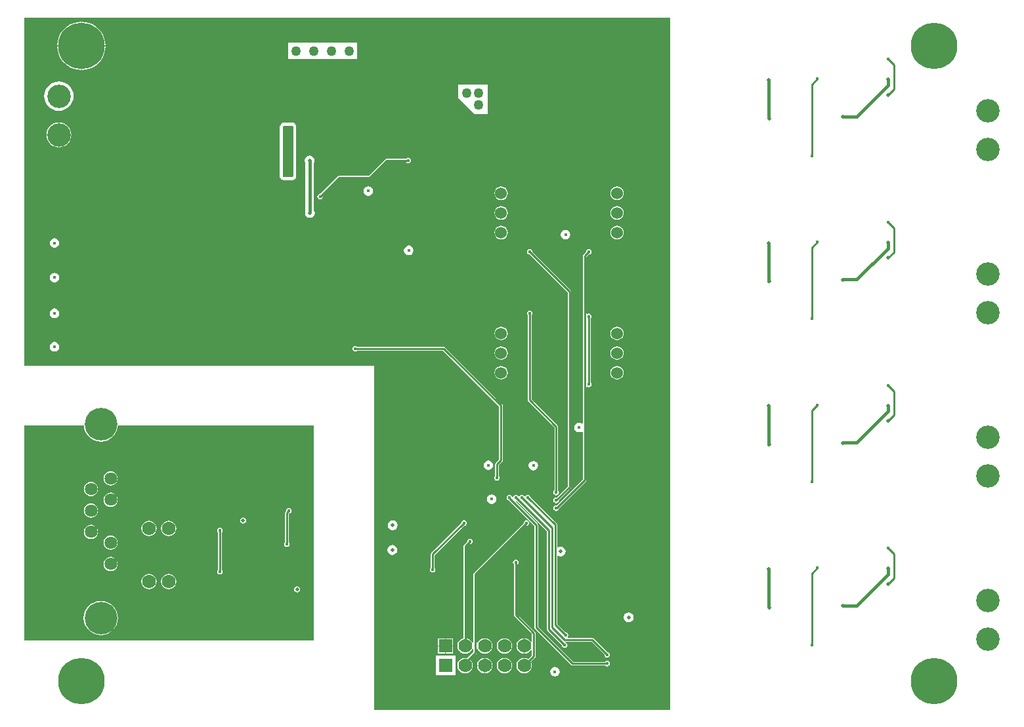
<source format=gbl>
G04*
G04 #@! TF.GenerationSoftware,Altium Limited,Altium Designer,20.0.10 (225)*
G04*
G04 Layer_Physical_Order=4*
G04 Layer_Color=16711680*
%FSLAX25Y25*%
%MOIN*%
G70*
G01*
G75*
%ADD21C,0.01000*%
%ADD83C,0.01500*%
%ADD88C,0.23622*%
%ADD89C,0.07000*%
%ADD90R,0.07000X0.07000*%
%ADD91C,0.11900*%
%ADD92C,0.06000*%
%ADD93C,0.16535*%
%ADD94C,0.06437*%
%ADD95C,0.01772*%
%ADD96C,0.01968*%
%ADD97C,0.05000*%
G36*
X247800Y188200D02*
X247300Y188200D01*
X101000D01*
Y297500D01*
X101000Y297500D01*
X131147D01*
X131258Y296375D01*
X131753Y294741D01*
X132558Y293235D01*
X133641Y291915D01*
X134961Y290832D01*
X136467Y290027D01*
X138101Y289532D01*
X139800Y289364D01*
X141499Y289532D01*
X143133Y290027D01*
X144639Y290832D01*
X145959Y291915D01*
X147042Y293235D01*
X147847Y294741D01*
X148342Y296375D01*
X148453Y297500D01*
X247800D01*
Y188200D01*
D02*
G37*
G36*
X429000Y153000D02*
X278500D01*
Y328000D01*
X101000D01*
Y505000D01*
X429000D01*
Y153000D01*
D02*
G37*
%LPC*%
G36*
X144800Y274322D02*
X143855Y274198D01*
X142975Y273833D01*
X142219Y273253D01*
X141639Y272497D01*
X141275Y271617D01*
X141150Y270672D01*
X141275Y269728D01*
X141639Y268848D01*
X142219Y268092D01*
X142975Y267512D01*
X143855Y267147D01*
X144800Y267023D01*
X145745Y267147D01*
X146625Y267512D01*
X147381Y268092D01*
X147961Y268848D01*
X148325Y269728D01*
X148450Y270672D01*
X148325Y271617D01*
X147961Y272497D01*
X147381Y273253D01*
X146625Y273833D01*
X145745Y274198D01*
X144800Y274322D01*
D02*
G37*
G36*
X134800Y268850D02*
X133855Y268725D01*
X132975Y268361D01*
X132219Y267781D01*
X131639Y267025D01*
X131275Y266145D01*
X131150Y265200D01*
X131275Y264255D01*
X131639Y263375D01*
X132219Y262619D01*
X132975Y262039D01*
X133855Y261675D01*
X134800Y261550D01*
X135745Y261675D01*
X136625Y262039D01*
X137381Y262619D01*
X137961Y263375D01*
X138325Y264255D01*
X138450Y265200D01*
X138325Y266145D01*
X137961Y267025D01*
X137381Y267781D01*
X136625Y268361D01*
X135745Y268725D01*
X134800Y268850D01*
D02*
G37*
G36*
X144800Y263417D02*
X143855Y263292D01*
X142975Y262928D01*
X142219Y262348D01*
X141639Y261592D01*
X141275Y260712D01*
X141150Y259767D01*
X141275Y258822D01*
X141639Y257942D01*
X142219Y257186D01*
X142975Y256606D01*
X143855Y256242D01*
X144800Y256117D01*
X145745Y256242D01*
X146625Y256606D01*
X147381Y257186D01*
X147961Y257942D01*
X148325Y258822D01*
X148450Y259767D01*
X148325Y260712D01*
X147961Y261592D01*
X147381Y262348D01*
X146625Y262928D01*
X145745Y263292D01*
X144800Y263417D01*
D02*
G37*
G36*
X134800Y257944D02*
X133855Y257820D01*
X132975Y257455D01*
X132219Y256875D01*
X131639Y256119D01*
X131275Y255239D01*
X131150Y254294D01*
X131275Y253350D01*
X131639Y252470D01*
X132219Y251714D01*
X132975Y251134D01*
X133855Y250769D01*
X134800Y250645D01*
X135745Y250769D01*
X136625Y251134D01*
X137381Y251714D01*
X137961Y252470D01*
X138325Y253350D01*
X138450Y254294D01*
X138325Y255239D01*
X137961Y256119D01*
X137381Y256875D01*
X136625Y257455D01*
X135745Y257820D01*
X134800Y257944D01*
D02*
G37*
G36*
X212100Y250713D02*
X211521Y250598D01*
X211030Y250270D01*
X210702Y249779D01*
X210587Y249200D01*
X210702Y248621D01*
X211030Y248130D01*
X211521Y247802D01*
X212100Y247687D01*
X212679Y247802D01*
X213170Y248130D01*
X213498Y248621D01*
X213613Y249200D01*
X213498Y249779D01*
X213170Y250270D01*
X212679Y250598D01*
X212100Y250713D01*
D02*
G37*
G36*
X174300Y249134D02*
X173282Y249000D01*
X172333Y248607D01*
X171519Y247982D01*
X170893Y247167D01*
X170500Y246218D01*
X170366Y245200D01*
X170500Y244182D01*
X170893Y243233D01*
X171519Y242419D01*
X172333Y241793D01*
X173282Y241400D01*
X174300Y241266D01*
X175318Y241400D01*
X176267Y241793D01*
X177082Y242419D01*
X177707Y243233D01*
X178100Y244182D01*
X178234Y245200D01*
X178100Y246218D01*
X177707Y247167D01*
X177082Y247982D01*
X176267Y248607D01*
X175318Y249000D01*
X174300Y249134D01*
D02*
G37*
G36*
X164300Y249134D02*
X163282Y249000D01*
X162333Y248607D01*
X161519Y247982D01*
X160893Y247167D01*
X160500Y246218D01*
X160366Y245200D01*
X160500Y244182D01*
X160893Y243233D01*
X161519Y242419D01*
X162333Y241793D01*
X163282Y241400D01*
X164300Y241266D01*
X165318Y241400D01*
X166267Y241793D01*
X167081Y242419D01*
X167707Y243233D01*
X168100Y244182D01*
X168234Y245200D01*
X168100Y246218D01*
X167707Y247167D01*
X167081Y247982D01*
X166267Y248607D01*
X165318Y249000D01*
X164300Y249134D01*
D02*
G37*
G36*
X134800Y247078D02*
X133855Y246954D01*
X132975Y246589D01*
X132219Y246009D01*
X131639Y245253D01*
X131275Y244373D01*
X131150Y243428D01*
X131275Y242484D01*
X131639Y241603D01*
X132219Y240848D01*
X132975Y240268D01*
X133855Y239903D01*
X134800Y239779D01*
X135745Y239903D01*
X136625Y240268D01*
X137381Y240848D01*
X137961Y241603D01*
X138325Y242484D01*
X138450Y243428D01*
X138325Y244373D01*
X137961Y245253D01*
X137381Y246009D01*
X136625Y246589D01*
X135745Y246954D01*
X134800Y247078D01*
D02*
G37*
G36*
X235300Y255613D02*
X234759Y255505D01*
X234301Y255199D01*
X233995Y254741D01*
X233887Y254200D01*
X233906Y254104D01*
X233651Y253849D01*
X233452Y253551D01*
X233382Y253200D01*
Y238254D01*
X233301Y238199D01*
X232995Y237741D01*
X232887Y237200D01*
X232995Y236659D01*
X233301Y236201D01*
X233759Y235895D01*
X234300Y235787D01*
X234841Y235895D01*
X235299Y236201D01*
X235605Y236659D01*
X235713Y237200D01*
X235605Y237741D01*
X235299Y238199D01*
X235218Y238254D01*
Y252719D01*
X235300Y252787D01*
X235841Y252895D01*
X236299Y253201D01*
X236605Y253659D01*
X236713Y254200D01*
X236605Y254741D01*
X236299Y255199D01*
X235841Y255505D01*
X235300Y255613D01*
D02*
G37*
G36*
X144800Y241606D02*
X143855Y241481D01*
X142975Y241117D01*
X142219Y240537D01*
X141639Y239781D01*
X141275Y238900D01*
X141150Y237956D01*
X141275Y237011D01*
X141639Y236131D01*
X142219Y235375D01*
X142975Y234795D01*
X143855Y234431D01*
X144800Y234306D01*
X145745Y234431D01*
X146625Y234795D01*
X147381Y235375D01*
X147961Y236131D01*
X148325Y237011D01*
X148450Y237956D01*
X148325Y238900D01*
X147961Y239781D01*
X147381Y240537D01*
X146625Y241117D01*
X145745Y241481D01*
X144800Y241606D01*
D02*
G37*
G36*
Y230700D02*
X143855Y230576D01*
X142975Y230211D01*
X142219Y229631D01*
X141639Y228875D01*
X141275Y227995D01*
X141150Y227050D01*
X141275Y226106D01*
X141639Y225225D01*
X142219Y224470D01*
X142975Y223890D01*
X143855Y223525D01*
X144800Y223401D01*
X145745Y223525D01*
X146625Y223890D01*
X147381Y224470D01*
X147961Y225225D01*
X148325Y226106D01*
X148450Y227050D01*
X148325Y227995D01*
X147961Y228875D01*
X147381Y229631D01*
X146625Y230211D01*
X145745Y230576D01*
X144800Y230700D01*
D02*
G37*
G36*
X200300Y245613D02*
X199759Y245505D01*
X199301Y245199D01*
X198995Y244741D01*
X198887Y244200D01*
X198995Y243659D01*
X199301Y243201D01*
X199382Y243146D01*
Y224254D01*
X199301Y224199D01*
X198995Y223741D01*
X198887Y223200D01*
X198995Y222659D01*
X199301Y222201D01*
X199759Y221895D01*
X200300Y221787D01*
X200841Y221895D01*
X201299Y222201D01*
X201605Y222659D01*
X201713Y223200D01*
X201605Y223741D01*
X201299Y224199D01*
X201218Y224254D01*
Y243146D01*
X201299Y243201D01*
X201605Y243659D01*
X201713Y244200D01*
X201605Y244741D01*
X201299Y245199D01*
X200841Y245505D01*
X200300Y245613D01*
D02*
G37*
G36*
X174300Y222134D02*
X173282Y222000D01*
X172333Y221607D01*
X171519Y220982D01*
X170893Y220167D01*
X170500Y219218D01*
X170366Y218200D01*
X170500Y217182D01*
X170893Y216233D01*
X171519Y215419D01*
X172333Y214793D01*
X173282Y214400D01*
X174300Y214266D01*
X175318Y214400D01*
X176267Y214793D01*
X177082Y215419D01*
X177707Y216233D01*
X178100Y217182D01*
X178234Y218200D01*
X178100Y219218D01*
X177707Y220167D01*
X177082Y220982D01*
X176267Y221607D01*
X175318Y222000D01*
X174300Y222134D01*
D02*
G37*
G36*
X164300Y222134D02*
X163282Y222000D01*
X162333Y221607D01*
X161519Y220982D01*
X160893Y220167D01*
X160500Y219218D01*
X160366Y218200D01*
X160500Y217182D01*
X160893Y216233D01*
X161519Y215419D01*
X162333Y214793D01*
X163282Y214400D01*
X164300Y214266D01*
X165318Y214400D01*
X166267Y214793D01*
X167081Y215419D01*
X167707Y216233D01*
X168100Y217182D01*
X168234Y218200D01*
X168100Y219218D01*
X167707Y220167D01*
X167081Y220982D01*
X166267Y221607D01*
X165318Y222000D01*
X164300Y222134D01*
D02*
G37*
G36*
X239500Y215713D02*
X238921Y215598D01*
X238430Y215270D01*
X238102Y214779D01*
X237987Y214200D01*
X238102Y213621D01*
X238430Y213130D01*
X238921Y212802D01*
X239500Y212687D01*
X240079Y212802D01*
X240570Y213130D01*
X240898Y213621D01*
X241013Y214200D01*
X240898Y214779D01*
X240570Y215270D01*
X240079Y215598D01*
X239500Y215713D01*
D02*
G37*
G36*
X139800Y208359D02*
X138101Y208191D01*
X136467Y207696D01*
X134961Y206891D01*
X133641Y205807D01*
X132558Y204488D01*
X131753Y202982D01*
X131258Y201348D01*
X131090Y199649D01*
X131258Y197950D01*
X131753Y196316D01*
X132558Y194810D01*
X133641Y193490D01*
X134961Y192407D01*
X136467Y191602D01*
X138101Y191106D01*
X139800Y190939D01*
X141499Y191106D01*
X143133Y191602D01*
X144639Y192407D01*
X145959Y193490D01*
X147042Y194810D01*
X147847Y196316D01*
X148342Y197950D01*
X148510Y199649D01*
X148342Y201348D01*
X147847Y202982D01*
X147042Y204488D01*
X145959Y205807D01*
X144639Y206891D01*
X143133Y207696D01*
X141499Y208191D01*
X139800Y208359D01*
D02*
G37*
G36*
X130200Y502733D02*
Y490700D01*
X142233D01*
X142098Y492416D01*
X141649Y494285D01*
X140914Y496061D01*
X139910Y497700D01*
X138661Y499161D01*
X137200Y500410D01*
X135561Y501414D01*
X133785Y502149D01*
X131916Y502598D01*
X130200Y502733D01*
D02*
G37*
G36*
X129800D02*
X128084Y502598D01*
X126215Y502149D01*
X124439Y501414D01*
X122800Y500410D01*
X121339Y499161D01*
X120090Y497700D01*
X119086Y496061D01*
X118351Y494285D01*
X117902Y492416D01*
X117767Y490700D01*
X129800D01*
Y502733D01*
D02*
G37*
G36*
X234965Y492100D02*
X234965Y483900D01*
X270035Y483900D01*
Y488000D01*
X270035Y488000D01*
Y488000D01*
Y492100D01*
X234965Y492100D01*
D02*
G37*
G36*
X142233Y490300D02*
X130200D01*
Y478267D01*
X131916Y478402D01*
X133785Y478851D01*
X135561Y479586D01*
X137200Y480590D01*
X138661Y481839D01*
X139910Y483300D01*
X140914Y484939D01*
X141649Y486715D01*
X142098Y488584D01*
X142233Y490300D01*
D02*
G37*
G36*
X129800D02*
X117767D01*
X117902Y488584D01*
X118351Y486715D01*
X119086Y484939D01*
X120090Y483300D01*
X121339Y481839D01*
X122800Y480590D01*
X124439Y479586D01*
X126215Y478851D01*
X128084Y478402D01*
X129800Y478267D01*
Y490300D01*
D02*
G37*
G36*
X118500Y472486D02*
X117040Y472342D01*
X115635Y471916D01*
X114341Y471224D01*
X113207Y470293D01*
X112276Y469159D01*
X111584Y467865D01*
X111158Y466461D01*
X111014Y465000D01*
X111158Y463540D01*
X111584Y462135D01*
X112276Y460841D01*
X113207Y459707D01*
X114341Y458776D01*
X115635Y458084D01*
X117040Y457658D01*
X118500Y457514D01*
X119960Y457658D01*
X121365Y458084D01*
X122659Y458776D01*
X123793Y459707D01*
X124724Y460841D01*
X125416Y462135D01*
X125842Y463540D01*
X125986Y465000D01*
X125842Y466461D01*
X125416Y467865D01*
X124724Y469159D01*
X123793Y470293D01*
X122659Y471224D01*
X121365Y471916D01*
X119960Y472342D01*
X118500Y472486D01*
D02*
G37*
G36*
X336429Y471000D02*
X321300D01*
Y463800D01*
X329507Y455793D01*
X336429Y455810D01*
Y471000D01*
D02*
G37*
G36*
X118724Y451679D02*
Y445518D01*
X124885D01*
X124782Y446563D01*
X124419Y447760D01*
X123829Y448863D01*
X123036Y449830D01*
X122069Y450624D01*
X120965Y451213D01*
X119768Y451576D01*
X118724Y451679D01*
D02*
G37*
G36*
X118324D02*
X117279Y451576D01*
X116082Y451213D01*
X114979Y450624D01*
X114012Y449830D01*
X113218Y448863D01*
X112629Y447760D01*
X112266Y446563D01*
X112163Y445518D01*
X118324D01*
Y451679D01*
D02*
G37*
G36*
X124885Y445118D02*
X118724D01*
Y438957D01*
X119768Y439060D01*
X120965Y439423D01*
X122069Y440013D01*
X123036Y440806D01*
X123829Y441773D01*
X124419Y442876D01*
X124782Y444073D01*
X124885Y445118D01*
D02*
G37*
G36*
X118324D02*
X112163D01*
X112266Y444073D01*
X112629Y442876D01*
X113218Y441773D01*
X114012Y440806D01*
X114979Y440013D01*
X116082Y439423D01*
X117279Y439060D01*
X118324Y438957D01*
Y445118D01*
D02*
G37*
G36*
X295900Y433713D02*
X295359Y433605D01*
X294901Y433299D01*
X294846Y433218D01*
X284900D01*
X284549Y433148D01*
X284251Y432949D01*
X275865Y424563D01*
X260803D01*
X260452Y424493D01*
X260155Y424294D01*
X251227Y415366D01*
X251131Y415385D01*
X250590Y415278D01*
X250132Y414972D01*
X249825Y414513D01*
X249718Y413972D01*
X249825Y413432D01*
X250132Y412973D01*
X250590Y412667D01*
X251131Y412560D01*
X251671Y412667D01*
X252130Y412973D01*
X252436Y413432D01*
X252544Y413972D01*
X252524Y414069D01*
X261184Y422728D01*
X276245D01*
X276596Y422797D01*
X276894Y422996D01*
X285280Y431382D01*
X294846D01*
X294901Y431301D01*
X295359Y430995D01*
X295900Y430887D01*
X296441Y430995D01*
X296899Y431301D01*
X297205Y431759D01*
X297313Y432300D01*
X297205Y432841D01*
X296899Y433299D01*
X296441Y433605D01*
X295900Y433713D01*
D02*
G37*
G36*
X237100Y451529D02*
X232600D01*
X232015Y451413D01*
X231519Y451082D01*
X231119Y450681D01*
X230787Y450185D01*
X230671Y449600D01*
Y424200D01*
X230687Y424116D01*
X230680Y424031D01*
X230745Y423826D01*
X230787Y423615D01*
X230835Y423544D01*
X230860Y423462D01*
X230999Y423298D01*
X231119Y423119D01*
X231190Y423071D01*
X231245Y423006D01*
X231745Y422606D01*
X231936Y422507D01*
X232115Y422387D01*
X232199Y422370D01*
X232274Y422331D01*
X232489Y422313D01*
X232700Y422271D01*
X237000D01*
X237211Y422313D01*
X237426Y422331D01*
X237502Y422370D01*
X237585Y422387D01*
X237764Y422507D01*
X237955Y422606D01*
X238455Y423006D01*
X238510Y423071D01*
X238581Y423119D01*
X238701Y423298D01*
X238840Y423462D01*
X238865Y423544D01*
X238913Y423615D01*
X238955Y423826D01*
X239020Y424031D01*
X239013Y424116D01*
X239029Y424200D01*
Y449600D01*
X238913Y450185D01*
X238581Y450681D01*
X238181Y451082D01*
X237685Y451413D01*
X237333Y451483D01*
X237100Y451529D01*
D02*
G37*
G36*
X275634Y419167D02*
X274703Y418982D01*
X273914Y418454D01*
X273387Y417665D01*
X273202Y416734D01*
X273387Y415803D01*
X273914Y415014D01*
X274703Y414487D01*
X275634Y414302D01*
X276565Y414487D01*
X277354Y415014D01*
X277882Y415803D01*
X278067Y416734D01*
X277882Y417665D01*
X277354Y418454D01*
X276565Y418982D01*
X275634Y419167D01*
D02*
G37*
G36*
X402000Y419078D02*
X401112Y418961D01*
X400285Y418619D01*
X399575Y418074D01*
X399030Y417364D01*
X398688Y416536D01*
X398571Y415649D01*
X398688Y414761D01*
X399030Y413934D01*
X399575Y413224D01*
X400285Y412679D01*
X401112Y412336D01*
X402000Y412219D01*
X402888Y412336D01*
X403715Y412679D01*
X404425Y413224D01*
X404970Y413934D01*
X405312Y414761D01*
X405429Y415649D01*
X405312Y416536D01*
X404970Y417364D01*
X404425Y418074D01*
X403715Y418619D01*
X402888Y418961D01*
X402000Y419078D01*
D02*
G37*
G36*
X343100D02*
X342212Y418961D01*
X341385Y418619D01*
X340675Y418074D01*
X340130Y417364D01*
X339788Y416536D01*
X339671Y415649D01*
X339788Y414761D01*
X340130Y413934D01*
X340675Y413224D01*
X341385Y412679D01*
X342212Y412336D01*
X343100Y412219D01*
X343988Y412336D01*
X344815Y412679D01*
X345525Y413224D01*
X346070Y413934D01*
X346412Y414761D01*
X346529Y415649D01*
X346412Y416536D01*
X346070Y417364D01*
X345525Y418074D01*
X344815Y418619D01*
X343988Y418961D01*
X343100Y419078D01*
D02*
G37*
G36*
X245800Y434733D02*
X244831Y434540D01*
X244009Y433991D01*
X243460Y433169D01*
X243267Y432200D01*
X243460Y431231D01*
X243506Y431162D01*
Y405800D01*
X243506Y405798D01*
X243467Y405600D01*
X243660Y404631D01*
X244209Y403809D01*
X245031Y403260D01*
X246000Y403067D01*
X246969Y403260D01*
X247791Y403809D01*
X248340Y404631D01*
X248533Y405600D01*
X248340Y406569D01*
X248094Y406938D01*
Y431162D01*
X248140Y431231D01*
X248333Y432200D01*
X248140Y433169D01*
X247591Y433991D01*
X246769Y434540D01*
X245800Y434733D01*
D02*
G37*
G36*
X402000Y409078D02*
X401112Y408961D01*
X400285Y408619D01*
X399575Y408074D01*
X399030Y407364D01*
X398688Y406536D01*
X398571Y405649D01*
X398688Y404761D01*
X399030Y403934D01*
X399575Y403224D01*
X400285Y402679D01*
X401112Y402336D01*
X402000Y402219D01*
X402888Y402336D01*
X403715Y402679D01*
X404425Y403224D01*
X404970Y403934D01*
X405312Y404761D01*
X405429Y405649D01*
X405312Y406536D01*
X404970Y407364D01*
X404425Y408074D01*
X403715Y408619D01*
X402888Y408961D01*
X402000Y409078D01*
D02*
G37*
G36*
X343100D02*
X342212Y408961D01*
X341385Y408619D01*
X340675Y408074D01*
X340130Y407364D01*
X339788Y406536D01*
X339671Y405649D01*
X339788Y404761D01*
X340130Y403934D01*
X340675Y403224D01*
X341385Y402679D01*
X342212Y402336D01*
X343100Y402219D01*
X343988Y402336D01*
X344815Y402679D01*
X345525Y403224D01*
X346070Y403934D01*
X346412Y404761D01*
X346529Y405649D01*
X346412Y406536D01*
X346070Y407364D01*
X345525Y408074D01*
X344815Y408619D01*
X343988Y408961D01*
X343100Y409078D01*
D02*
G37*
G36*
X402000Y399078D02*
X401112Y398961D01*
X400285Y398619D01*
X399575Y398074D01*
X399030Y397363D01*
X398688Y396536D01*
X398571Y395649D01*
X398688Y394761D01*
X399030Y393934D01*
X399575Y393224D01*
X400285Y392679D01*
X401112Y392336D01*
X402000Y392219D01*
X402888Y392336D01*
X403715Y392679D01*
X404425Y393224D01*
X404970Y393934D01*
X405312Y394761D01*
X405429Y395649D01*
X405312Y396536D01*
X404970Y397363D01*
X404425Y398074D01*
X403715Y398619D01*
X402888Y398961D01*
X402000Y399078D01*
D02*
G37*
G36*
X343100D02*
X342212Y398961D01*
X341385Y398619D01*
X340675Y398074D01*
X340130Y397363D01*
X339788Y396536D01*
X339671Y395649D01*
X339788Y394761D01*
X340130Y393934D01*
X340675Y393224D01*
X341385Y392679D01*
X342212Y392336D01*
X343100Y392219D01*
X343988Y392336D01*
X344815Y392679D01*
X345525Y393224D01*
X346070Y393934D01*
X346412Y394761D01*
X346529Y395649D01*
X346412Y396536D01*
X346070Y397363D01*
X345525Y398074D01*
X344815Y398619D01*
X343988Y398961D01*
X343100Y399078D01*
D02*
G37*
G36*
X375800Y396933D02*
X374869Y396747D01*
X374080Y396220D01*
X373553Y395431D01*
X373367Y394500D01*
X373553Y393569D01*
X374080Y392780D01*
X374869Y392253D01*
X375800Y392067D01*
X376731Y392253D01*
X377520Y392780D01*
X378047Y393569D01*
X378233Y394500D01*
X378047Y395431D01*
X377520Y396220D01*
X376731Y396747D01*
X375800Y396933D01*
D02*
G37*
G36*
X116300Y392733D02*
X115369Y392547D01*
X114580Y392020D01*
X114053Y391231D01*
X113867Y390300D01*
X114053Y389369D01*
X114580Y388580D01*
X115369Y388053D01*
X116300Y387867D01*
X117231Y388053D01*
X118020Y388580D01*
X118547Y389369D01*
X118733Y390300D01*
X118547Y391231D01*
X118020Y392020D01*
X117231Y392547D01*
X116300Y392733D01*
D02*
G37*
G36*
X387600Y387213D02*
X387059Y387105D01*
X386601Y386799D01*
X386295Y386341D01*
X386187Y385800D01*
X386206Y385704D01*
X384851Y384349D01*
X384652Y384051D01*
X384582Y383700D01*
Y298646D01*
X384082Y298379D01*
X383531Y298747D01*
X382600Y298933D01*
X381669Y298747D01*
X380880Y298220D01*
X380353Y297431D01*
X380167Y296500D01*
X380353Y295569D01*
X380880Y294780D01*
X381669Y294253D01*
X382600Y294067D01*
X383531Y294253D01*
X384082Y294621D01*
X384582Y294354D01*
Y270080D01*
X371274Y256772D01*
X371069Y256813D01*
X370528Y256705D01*
X370069Y256399D01*
X369763Y255941D01*
X369655Y255400D01*
X369763Y254859D01*
X370069Y254401D01*
X370528Y254095D01*
X371069Y253987D01*
X371609Y254095D01*
X372068Y254401D01*
X372374Y254859D01*
X372477Y255380D01*
X386149Y269051D01*
X386348Y269349D01*
X386418Y269700D01*
Y316993D01*
X386918Y317256D01*
X387159Y317095D01*
X387700Y316987D01*
X388241Y317095D01*
X388699Y317401D01*
X389005Y317859D01*
X389113Y318400D01*
X389005Y318941D01*
X388699Y319399D01*
X388618Y319454D01*
Y352029D01*
X388905Y352459D01*
X389013Y353000D01*
X388905Y353541D01*
X388599Y353999D01*
X388141Y354305D01*
X387600Y354413D01*
X387059Y354305D01*
X386918Y354211D01*
X386418Y354478D01*
Y383320D01*
X387504Y384406D01*
X387600Y384387D01*
X388141Y384495D01*
X388599Y384801D01*
X388905Y385259D01*
X389013Y385800D01*
X388905Y386341D01*
X388599Y386799D01*
X388141Y387105D01*
X387600Y387213D01*
D02*
G37*
G36*
X296200Y389033D02*
X295269Y388847D01*
X294480Y388320D01*
X293953Y387531D01*
X293767Y386600D01*
X293953Y385669D01*
X294480Y384880D01*
X295269Y384353D01*
X296200Y384167D01*
X297131Y384353D01*
X297920Y384880D01*
X298447Y385669D01*
X298633Y386600D01*
X298447Y387531D01*
X297920Y388320D01*
X297131Y388847D01*
X296200Y389033D01*
D02*
G37*
G36*
X116300Y375133D02*
X115369Y374947D01*
X114580Y374420D01*
X114053Y373631D01*
X113867Y372700D01*
X114053Y371769D01*
X114580Y370980D01*
X115369Y370453D01*
X116300Y370267D01*
X117231Y370453D01*
X118020Y370980D01*
X118547Y371769D01*
X118733Y372700D01*
X118547Y373631D01*
X118020Y374420D01*
X117231Y374947D01*
X116300Y375133D01*
D02*
G37*
G36*
Y357033D02*
X115369Y356847D01*
X114580Y356320D01*
X114053Y355531D01*
X113867Y354600D01*
X114053Y353669D01*
X114580Y352880D01*
X115369Y352353D01*
X116300Y352167D01*
X117231Y352353D01*
X118020Y352880D01*
X118547Y353669D01*
X118733Y354600D01*
X118547Y355531D01*
X118020Y356320D01*
X117231Y356847D01*
X116300Y357033D01*
D02*
G37*
G36*
X402000Y347778D02*
X401112Y347661D01*
X400285Y347319D01*
X399575Y346774D01*
X399030Y346063D01*
X398688Y345236D01*
X398571Y344349D01*
X398688Y343461D01*
X399030Y342634D01*
X399575Y341924D01*
X400285Y341379D01*
X401112Y341036D01*
X402000Y340919D01*
X402888Y341036D01*
X403715Y341379D01*
X404425Y341924D01*
X404970Y342634D01*
X405312Y343461D01*
X405429Y344349D01*
X405312Y345236D01*
X404970Y346063D01*
X404425Y346774D01*
X403715Y347319D01*
X402888Y347661D01*
X402000Y347778D01*
D02*
G37*
G36*
X343100D02*
X342212Y347661D01*
X341385Y347319D01*
X340675Y346774D01*
X340130Y346063D01*
X339788Y345236D01*
X339671Y344349D01*
X339788Y343461D01*
X340130Y342634D01*
X340675Y341924D01*
X341385Y341379D01*
X342212Y341036D01*
X343100Y340919D01*
X343988Y341036D01*
X344815Y341379D01*
X345525Y341924D01*
X346070Y342634D01*
X346412Y343461D01*
X346529Y344349D01*
X346412Y345236D01*
X346070Y346063D01*
X345525Y346774D01*
X344815Y347319D01*
X343988Y347661D01*
X343100Y347778D01*
D02*
G37*
G36*
X116300Y340033D02*
X115369Y339847D01*
X114580Y339320D01*
X114053Y338531D01*
X113867Y337600D01*
X114053Y336669D01*
X114580Y335880D01*
X115369Y335353D01*
X116300Y335167D01*
X117231Y335353D01*
X118020Y335880D01*
X118547Y336669D01*
X118733Y337600D01*
X118547Y338531D01*
X118020Y339320D01*
X117231Y339847D01*
X116300Y340033D01*
D02*
G37*
G36*
X402000Y337778D02*
X401112Y337661D01*
X400285Y337319D01*
X399575Y336774D01*
X399030Y336064D01*
X398688Y335236D01*
X398571Y334349D01*
X398688Y333461D01*
X399030Y332634D01*
X399575Y331924D01*
X400285Y331379D01*
X401112Y331036D01*
X402000Y330920D01*
X402888Y331036D01*
X403715Y331379D01*
X404425Y331924D01*
X404970Y332634D01*
X405312Y333461D01*
X405429Y334349D01*
X405312Y335236D01*
X404970Y336064D01*
X404425Y336774D01*
X403715Y337319D01*
X402888Y337661D01*
X402000Y337778D01*
D02*
G37*
G36*
X343100D02*
X342212Y337661D01*
X341385Y337319D01*
X340675Y336774D01*
X340130Y336064D01*
X339788Y335236D01*
X339671Y334349D01*
X339788Y333461D01*
X340130Y332634D01*
X340675Y331924D01*
X341385Y331379D01*
X342212Y331036D01*
X343100Y330920D01*
X343988Y331036D01*
X344815Y331379D01*
X345525Y331924D01*
X346070Y332634D01*
X346412Y333461D01*
X346529Y334349D01*
X346412Y335236D01*
X346070Y336064D01*
X345525Y336774D01*
X344815Y337319D01*
X343988Y337661D01*
X343100Y337778D01*
D02*
G37*
G36*
X402000Y327778D02*
X401112Y327661D01*
X400285Y327319D01*
X399575Y326774D01*
X399030Y326063D01*
X398688Y325236D01*
X398571Y324349D01*
X398688Y323461D01*
X399030Y322634D01*
X399575Y321924D01*
X400285Y321379D01*
X401112Y321036D01*
X402000Y320919D01*
X402888Y321036D01*
X403715Y321379D01*
X404425Y321924D01*
X404970Y322634D01*
X405312Y323461D01*
X405429Y324349D01*
X405312Y325236D01*
X404970Y326063D01*
X404425Y326774D01*
X403715Y327319D01*
X402888Y327661D01*
X402000Y327778D01*
D02*
G37*
G36*
X343100D02*
X342212Y327661D01*
X341385Y327319D01*
X340675Y326774D01*
X340130Y326063D01*
X339788Y325236D01*
X339671Y324349D01*
X339788Y323461D01*
X340130Y322634D01*
X340675Y321924D01*
X341385Y321379D01*
X342212Y321036D01*
X343100Y320919D01*
X343988Y321036D01*
X344815Y321379D01*
X345525Y321924D01*
X346070Y322634D01*
X346412Y323461D01*
X346529Y324349D01*
X346412Y325236D01*
X346070Y326063D01*
X345525Y326774D01*
X344815Y327319D01*
X343988Y327661D01*
X343100Y327778D01*
D02*
G37*
G36*
X336668Y279733D02*
X335738Y279547D01*
X334948Y279020D01*
X334421Y278231D01*
X334236Y277300D01*
X334421Y276369D01*
X334948Y275580D01*
X335738Y275053D01*
X336668Y274867D01*
X337599Y275053D01*
X338389Y275580D01*
X338916Y276369D01*
X339101Y277300D01*
X338916Y278231D01*
X338389Y279020D01*
X337599Y279547D01*
X336668Y279733D01*
D02*
G37*
G36*
X359469Y279533D02*
X358538Y279347D01*
X357748Y278820D01*
X357221Y278031D01*
X357036Y277100D01*
X357221Y276169D01*
X357748Y275380D01*
X358538Y274853D01*
X359469Y274667D01*
X360399Y274853D01*
X361189Y275380D01*
X361716Y276169D01*
X361901Y277100D01*
X361716Y278031D01*
X361189Y278820D01*
X360399Y279347D01*
X359469Y279533D01*
D02*
G37*
G36*
X269000Y338013D02*
X268459Y337905D01*
X268001Y337599D01*
X267695Y337141D01*
X267587Y336600D01*
X267695Y336059D01*
X268001Y335601D01*
X268459Y335295D01*
X269000Y335187D01*
X269541Y335295D01*
X269999Y335601D01*
X270054Y335682D01*
X313720D01*
X342082Y307320D01*
Y280180D01*
X340351Y278449D01*
X340152Y278151D01*
X340082Y277800D01*
Y272067D01*
X339980Y271999D01*
X339674Y271541D01*
X339566Y271000D01*
X339674Y270459D01*
X339980Y270001D01*
X340439Y269695D01*
X340979Y269587D01*
X341520Y269695D01*
X341978Y270001D01*
X342285Y270459D01*
X342392Y271000D01*
X342285Y271541D01*
X341978Y271999D01*
X341918Y272040D01*
Y277420D01*
X343649Y279151D01*
X343848Y279449D01*
X343918Y279800D01*
Y307700D01*
X343848Y308051D01*
X343649Y308349D01*
X314749Y337249D01*
X314451Y337448D01*
X314100Y337518D01*
X270054D01*
X269999Y337599D01*
X269541Y337905D01*
X269000Y338013D01*
D02*
G37*
G36*
X357600Y356013D02*
X357059Y355905D01*
X356601Y355599D01*
X356295Y355141D01*
X356187Y354600D01*
X356295Y354059D01*
X356601Y353601D01*
X356682Y353546D01*
Y310500D01*
X356752Y310149D01*
X356951Y309851D01*
X370182Y296620D01*
Y264475D01*
X370069Y264399D01*
X369763Y263941D01*
X369655Y263400D01*
X369763Y262859D01*
X370069Y262401D01*
X370528Y262095D01*
X371069Y261987D01*
X371609Y262095D01*
X372068Y262401D01*
X372374Y262859D01*
X372481Y263400D01*
X372374Y263941D01*
X372068Y264399D01*
X372018Y264433D01*
Y297000D01*
X371948Y297351D01*
X371749Y297649D01*
X358518Y310880D01*
Y353546D01*
X358599Y353601D01*
X358905Y354059D01*
X359013Y354600D01*
X358905Y355141D01*
X358599Y355599D01*
X358141Y355905D01*
X357600Y356013D01*
D02*
G37*
G36*
X356682Y262313D02*
X356141Y262205D01*
X355683Y261899D01*
X355406Y261485D01*
X355141Y261462D01*
X354876Y261485D01*
X354599Y261899D01*
X354141Y262205D01*
X353600Y262313D01*
X353059Y262205D01*
X352601Y261899D01*
X352310Y261465D01*
X352141Y261441D01*
X351959D01*
X351789Y261465D01*
X351499Y261899D01*
X351041Y262205D01*
X350500Y262313D01*
X349959Y262205D01*
X349501Y261899D01*
X349195Y261441D01*
X349152Y261225D01*
X348642D01*
X348599Y261441D01*
X348293Y261899D01*
X347834Y262205D01*
X347294Y262313D01*
X346753Y262205D01*
X346295Y261899D01*
X345988Y261441D01*
X345881Y260900D01*
X345988Y260359D01*
X346295Y259901D01*
X346753Y259595D01*
X347071Y259531D01*
X359982Y246620D01*
Y194900D01*
X360052Y194549D01*
X360251Y194251D01*
X378751Y175751D01*
X379049Y175552D01*
X379400Y175482D01*
X395846D01*
X395901Y175401D01*
X396359Y175095D01*
X396900Y174987D01*
X397441Y175095D01*
X397899Y175401D01*
X398205Y175859D01*
X398313Y176400D01*
X398205Y176941D01*
X397899Y177399D01*
X397441Y177705D01*
X396900Y177813D01*
X396359Y177705D01*
X395901Y177399D01*
X395846Y177318D01*
X379780D01*
X361818Y195280D01*
Y247000D01*
X361748Y247351D01*
X361549Y247649D01*
X350480Y258717D01*
X350660Y259244D01*
X350836Y259267D01*
X366382Y243720D01*
Y193800D01*
X366452Y193449D01*
X366651Y193151D01*
X373990Y185813D01*
X373987Y185800D01*
X374095Y185259D01*
X374401Y184801D01*
X374859Y184495D01*
X375400Y184387D01*
X375941Y184495D01*
X376399Y184801D01*
X376705Y185259D01*
X376813Y185800D01*
X376705Y186341D01*
X376399Y186799D01*
X375941Y187105D01*
X375554Y187182D01*
X375603Y187682D01*
X388920D01*
X395506Y181096D01*
X395487Y181000D01*
X395595Y180459D01*
X395901Y180001D01*
X396359Y179695D01*
X396900Y179587D01*
X397441Y179695D01*
X397899Y180001D01*
X398205Y180459D01*
X398313Y181000D01*
X398205Y181541D01*
X397899Y181999D01*
X397441Y182305D01*
X396900Y182413D01*
X396804Y182394D01*
X389949Y189249D01*
X389651Y189448D01*
X389300Y189518D01*
X376976D01*
X376830Y189917D01*
X376810Y190018D01*
X377105Y190459D01*
X377213Y191000D01*
X377105Y191541D01*
X376799Y191999D01*
X376341Y192305D01*
X375800Y192413D01*
X375704Y192394D01*
X371518Y196580D01*
Y231052D01*
X371959Y231288D01*
X372299Y231060D01*
X373269Y230867D01*
X374238Y231060D01*
X375060Y231609D01*
X375609Y232431D01*
X375801Y233400D01*
X375609Y234369D01*
X375060Y235191D01*
X374238Y235740D01*
X373269Y235933D01*
X372299Y235740D01*
X371959Y235512D01*
X371518Y235748D01*
Y247064D01*
X371448Y247415D01*
X371249Y247713D01*
X358089Y260872D01*
X358095Y260900D01*
X357987Y261441D01*
X357681Y261899D01*
X357223Y262205D01*
X356682Y262313D01*
D02*
G37*
G36*
X357600Y387213D02*
X357059Y387105D01*
X356601Y386799D01*
X356295Y386341D01*
X356187Y385800D01*
X356295Y385259D01*
X356601Y384801D01*
X357059Y384495D01*
X357600Y384387D01*
X357696Y384406D01*
X376882Y365220D01*
Y266512D01*
X371165Y260794D01*
X371069Y260813D01*
X370528Y260705D01*
X370069Y260399D01*
X369763Y259941D01*
X369655Y259400D01*
X369763Y258859D01*
X370069Y258401D01*
X370528Y258095D01*
X371069Y257987D01*
X371609Y258095D01*
X372068Y258401D01*
X372374Y258859D01*
X372481Y259400D01*
X372462Y259496D01*
X378449Y265483D01*
X378648Y265780D01*
X378718Y266131D01*
Y365600D01*
X378648Y365951D01*
X378449Y366249D01*
X358994Y385704D01*
X359013Y385800D01*
X358905Y386341D01*
X358599Y386799D01*
X358141Y387105D01*
X357600Y387213D01*
D02*
G37*
G36*
X338300Y262533D02*
X337369Y262347D01*
X336580Y261820D01*
X336053Y261031D01*
X335867Y260100D01*
X336053Y259169D01*
X336580Y258380D01*
X337369Y257853D01*
X338300Y257667D01*
X339231Y257853D01*
X340020Y258380D01*
X340547Y259169D01*
X340733Y260100D01*
X340547Y261031D01*
X340020Y261820D01*
X339231Y262347D01*
X338300Y262533D01*
D02*
G37*
G36*
X355900Y249413D02*
X355359Y249305D01*
X354901Y248999D01*
X354595Y248541D01*
X354487Y248000D01*
X354506Y247904D01*
X329151Y222549D01*
X328952Y222251D01*
X328882Y221900D01*
Y187042D01*
X328382Y186943D01*
X328207Y187367D01*
X327582Y188181D01*
X326767Y188807D01*
X325818Y189200D01*
X325718Y189213D01*
Y235820D01*
X327104Y237206D01*
X327200Y237187D01*
X327741Y237295D01*
X328199Y237601D01*
X328505Y238059D01*
X328613Y238600D01*
X328505Y239141D01*
X328199Y239599D01*
X327741Y239905D01*
X327200Y240013D01*
X326659Y239905D01*
X326201Y239599D01*
X325895Y239141D01*
X325787Y238600D01*
X325806Y238504D01*
X324151Y236849D01*
X323952Y236551D01*
X323882Y236200D01*
Y189213D01*
X323782Y189200D01*
X322833Y188807D01*
X322019Y188181D01*
X321393Y187367D01*
X321000Y186418D01*
X320866Y185400D01*
X321000Y184382D01*
X321393Y183433D01*
X322019Y182618D01*
X322833Y181993D01*
X323782Y181600D01*
X324800Y181466D01*
X325818Y181600D01*
X326767Y181993D01*
X327582Y182618D01*
X328207Y183433D01*
X328382Y183857D01*
X328882Y183758D01*
Y182380D01*
X325715Y179213D01*
X324800Y179334D01*
X323782Y179200D01*
X322833Y178807D01*
X322019Y178182D01*
X321393Y177367D01*
X321000Y176418D01*
X320866Y175400D01*
X321000Y174382D01*
X321393Y173433D01*
X322019Y172618D01*
X322833Y171993D01*
X323782Y171600D01*
X324800Y171466D01*
X325818Y171600D01*
X326767Y171993D01*
X327582Y172618D01*
X328207Y173433D01*
X328600Y174382D01*
X328734Y175400D01*
X328600Y176418D01*
X328207Y177367D01*
X327582Y178182D01*
X327563Y178465D01*
X330449Y181351D01*
X330648Y181649D01*
X330718Y182000D01*
Y183758D01*
X331218Y183858D01*
X331393Y183433D01*
X332018Y182618D01*
X332833Y181993D01*
X333782Y181600D01*
X334800Y181466D01*
X335818Y181600D01*
X336767Y181993D01*
X337581Y182618D01*
X338207Y183433D01*
X338600Y184382D01*
X338734Y185400D01*
X338600Y186418D01*
X338207Y187367D01*
X337581Y188181D01*
X336767Y188807D01*
X335818Y189200D01*
X334800Y189334D01*
X333782Y189200D01*
X332833Y188807D01*
X332018Y188181D01*
X331393Y187367D01*
X331218Y186943D01*
X330718Y187042D01*
Y221520D01*
X355804Y246606D01*
X355900Y246587D01*
X356441Y246695D01*
X356899Y247001D01*
X357205Y247459D01*
X357313Y248000D01*
X357205Y248541D01*
X356899Y248999D01*
X356441Y249305D01*
X355900Y249413D01*
D02*
G37*
G36*
X324300D02*
X323759Y249305D01*
X323301Y248999D01*
X322995Y248541D01*
X322887Y248000D01*
X322906Y247904D01*
X307702Y232699D01*
X307503Y232402D01*
X307433Y232051D01*
Y225227D01*
X307351Y225173D01*
X307045Y224714D01*
X306938Y224174D01*
X307045Y223633D01*
X307351Y223175D01*
X307810Y222868D01*
X308351Y222761D01*
X308891Y222868D01*
X309350Y223175D01*
X309656Y223633D01*
X309764Y224174D01*
X309656Y224714D01*
X309350Y225173D01*
X309268Y225227D01*
Y231670D01*
X324204Y246606D01*
X324300Y246587D01*
X324841Y246695D01*
X325299Y247001D01*
X325605Y247459D01*
X325713Y248000D01*
X325605Y248541D01*
X325299Y248999D01*
X324841Y249305D01*
X324300Y249413D01*
D02*
G37*
G36*
X288000Y249333D02*
X287031Y249140D01*
X286209Y248591D01*
X285660Y247769D01*
X285467Y246800D01*
X285660Y245831D01*
X286209Y245009D01*
X287031Y244460D01*
X288000Y244267D01*
X288969Y244460D01*
X289791Y245009D01*
X290340Y245831D01*
X290533Y246800D01*
X290340Y247769D01*
X289791Y248591D01*
X288969Y249140D01*
X288000Y249333D01*
D02*
G37*
G36*
X287800Y236733D02*
X286831Y236540D01*
X286009Y235991D01*
X285460Y235169D01*
X285267Y234200D01*
X285460Y233231D01*
X286009Y232409D01*
X286831Y231860D01*
X287800Y231667D01*
X288769Y231860D01*
X289591Y232409D01*
X290140Y233231D01*
X290333Y234200D01*
X290140Y235169D01*
X289591Y235991D01*
X288769Y236540D01*
X287800Y236733D01*
D02*
G37*
G36*
X407799Y202459D02*
X406830Y202266D01*
X406008Y201717D01*
X405459Y200895D01*
X405266Y199926D01*
X405459Y198957D01*
X406008Y198135D01*
X406830Y197586D01*
X407799Y197393D01*
X408769Y197586D01*
X409590Y198135D01*
X410139Y198957D01*
X410332Y199926D01*
X410139Y200895D01*
X409590Y201717D01*
X408769Y202266D01*
X407799Y202459D01*
D02*
G37*
G36*
X350500Y229413D02*
X349959Y229305D01*
X349501Y228999D01*
X349195Y228541D01*
X349087Y228000D01*
X349195Y227459D01*
X349501Y227001D01*
X349582Y226946D01*
Y201200D01*
X349652Y200849D01*
X349851Y200551D01*
X358782Y191620D01*
Y187284D01*
X358282Y187184D01*
X358207Y187367D01*
X357581Y188182D01*
X356767Y188807D01*
X355818Y189200D01*
X355000Y189307D01*
Y185400D01*
Y181493D01*
X355818Y181600D01*
X356767Y181993D01*
X357581Y182619D01*
X358207Y183433D01*
X358282Y183616D01*
X358782Y183517D01*
Y180680D01*
X356847Y178745D01*
X356767Y178807D01*
X355818Y179200D01*
X354800Y179334D01*
X353782Y179200D01*
X352833Y178807D01*
X352018Y178182D01*
X351393Y177367D01*
X351000Y176418D01*
X350866Y175400D01*
X351000Y174382D01*
X351393Y173433D01*
X352018Y172619D01*
X352833Y171993D01*
X353782Y171600D01*
X354800Y171466D01*
X355818Y171600D01*
X356767Y171993D01*
X357581Y172619D01*
X358207Y173433D01*
X358600Y174382D01*
X358734Y175400D01*
X358600Y176418D01*
X358207Y177367D01*
X358145Y177447D01*
X360349Y179651D01*
X360548Y179949D01*
X360618Y180300D01*
Y192000D01*
X360548Y192351D01*
X360349Y192649D01*
X351418Y201580D01*
Y226946D01*
X351499Y227001D01*
X351805Y227459D01*
X351913Y228000D01*
X351805Y228541D01*
X351499Y228999D01*
X351041Y229305D01*
X350500Y229413D01*
D02*
G37*
G36*
X354600Y189307D02*
X353782Y189200D01*
X352833Y188807D01*
X352018Y188182D01*
X351393Y187367D01*
X351000Y186418D01*
X350893Y185600D01*
X354600D01*
Y189307D01*
D02*
G37*
G36*
X318700Y189300D02*
X315000D01*
Y185600D01*
X318700D01*
Y189300D01*
D02*
G37*
G36*
X314600D02*
X310900D01*
Y185600D01*
X314600D01*
Y189300D01*
D02*
G37*
G36*
X318700Y185200D02*
X315000D01*
Y181500D01*
X318700D01*
Y185200D01*
D02*
G37*
G36*
X314600D02*
X310900D01*
Y181500D01*
X314600D01*
Y185200D01*
D02*
G37*
G36*
X354600Y185200D02*
X350893D01*
X351000Y184382D01*
X351393Y183433D01*
X352018Y182619D01*
X352833Y181993D01*
X353782Y181600D01*
X354600Y181493D01*
Y185200D01*
D02*
G37*
G36*
X344800Y189334D02*
X343782Y189200D01*
X342833Y188807D01*
X342019Y188181D01*
X341393Y187367D01*
X341000Y186418D01*
X340866Y185400D01*
X341000Y184382D01*
X341393Y183433D01*
X342019Y182618D01*
X342833Y181993D01*
X343782Y181600D01*
X344800Y181466D01*
X345818Y181600D01*
X346767Y181993D01*
X347582Y182618D01*
X348207Y183433D01*
X348600Y184382D01*
X348734Y185400D01*
X348600Y186418D01*
X348207Y187367D01*
X347582Y188181D01*
X346767Y188807D01*
X345818Y189200D01*
X344800Y189334D01*
D02*
G37*
G36*
X335000Y179307D02*
Y175600D01*
X338707D01*
X338600Y176418D01*
X338207Y177367D01*
X337581Y178182D01*
X336767Y178807D01*
X335818Y179200D01*
X335000Y179307D01*
D02*
G37*
G36*
X334600D02*
X333782Y179200D01*
X332833Y178807D01*
X332018Y178182D01*
X331393Y177367D01*
X331000Y176418D01*
X330893Y175600D01*
X334600D01*
Y179307D01*
D02*
G37*
G36*
X338707Y175200D02*
X335000D01*
Y171493D01*
X335818Y171600D01*
X336767Y171993D01*
X337581Y172618D01*
X338207Y173433D01*
X338600Y174382D01*
X338707Y175200D01*
D02*
G37*
G36*
X334600D02*
X330893D01*
X331000Y174382D01*
X331393Y173433D01*
X332018Y172618D01*
X332833Y171993D01*
X333782Y171600D01*
X334600Y171493D01*
Y175200D01*
D02*
G37*
G36*
X344800Y179334D02*
X343782Y179200D01*
X342833Y178807D01*
X342019Y178182D01*
X341393Y177367D01*
X341000Y176418D01*
X340866Y175400D01*
X341000Y174382D01*
X341393Y173433D01*
X342019Y172618D01*
X342833Y171993D01*
X343782Y171600D01*
X344800Y171466D01*
X345818Y171600D01*
X346767Y171993D01*
X347582Y172618D01*
X348207Y173433D01*
X348600Y174382D01*
X348734Y175400D01*
X348600Y176418D01*
X348207Y177367D01*
X347582Y178182D01*
X346767Y178807D01*
X345818Y179200D01*
X344800Y179334D01*
D02*
G37*
G36*
X319800Y180400D02*
X309800D01*
Y170400D01*
X319800D01*
Y180400D01*
D02*
G37*
G36*
X370400Y174733D02*
X369469Y174547D01*
X368680Y174020D01*
X368153Y173231D01*
X367967Y172300D01*
X368153Y171369D01*
X368680Y170580D01*
X369469Y170053D01*
X370400Y169867D01*
X371331Y170053D01*
X372120Y170580D01*
X372647Y171369D01*
X372833Y172300D01*
X372647Y173231D01*
X372120Y174020D01*
X371331Y174547D01*
X370400Y174733D01*
D02*
G37*
%LPD*%
G36*
X237500Y449600D02*
Y424200D01*
X237000Y423800D01*
X232700D01*
X232200Y424200D01*
Y449600D01*
X232600Y450000D01*
X237100D01*
X237500Y449600D01*
D02*
G37*
D21*
X500800Y222141D02*
X503700Y225041D01*
X500800Y185941D02*
Y222141D01*
X479100Y205041D02*
X479200Y204941D01*
X539600Y235040D02*
X542600Y232041D01*
Y219841D02*
Y232041D01*
X539700Y216940D02*
X542600Y219841D01*
X516657Y205716D02*
X516841Y205900D01*
X500800Y305041D02*
X503700Y307941D01*
X500800Y268841D02*
Y305041D01*
X479100Y287941D02*
X479200Y287841D01*
X539600Y317940D02*
X542600Y314941D01*
Y302741D02*
Y314941D01*
X539700Y299840D02*
X542600Y302741D01*
X516657Y288616D02*
X516841Y288800D01*
X500800Y387941D02*
X503700Y390841D01*
X500800Y351741D02*
Y387941D01*
X479100Y370841D02*
X479200Y370741D01*
X539600Y400841D02*
X542600Y397840D01*
Y385641D02*
Y397840D01*
X539700Y382740D02*
X542600Y385641D01*
X516657Y371516D02*
X516841Y371700D01*
X245800Y405800D02*
X246000Y405600D01*
X276245Y423645D02*
X284900Y432300D01*
X260803Y423645D02*
X276245D01*
X251131Y413972D02*
X260803Y423645D01*
X269000Y336600D02*
X314100D01*
X343000Y307700D01*
Y279800D02*
Y307700D01*
X341000Y277800D02*
X343000Y279800D01*
X341000Y271521D02*
Y277800D01*
X340979Y271500D02*
X341000Y271521D01*
X340979Y271152D02*
Y271500D01*
X387600Y353000D02*
X387700Y352900D01*
Y318400D02*
Y352900D01*
X371069Y255400D02*
X371200D01*
X385500Y269700D02*
Y383700D01*
X371200Y255400D02*
X385500Y269700D01*
Y383700D02*
X387600Y385800D01*
X357600D02*
X377800Y365600D01*
X371069Y259400D02*
X377800Y266131D01*
Y365600D01*
X379400Y176400D02*
X396900D01*
X360900Y194900D02*
X379400Y176400D01*
X347306Y260594D02*
X360900Y247000D01*
X369000Y194800D02*
X375200Y188600D01*
X389300D02*
X396900Y181000D01*
X375200Y188600D02*
X389300D01*
X353600Y260900D02*
X369000Y245500D01*
Y194800D02*
Y245500D01*
X360900Y194900D02*
Y247000D01*
X370600Y196200D02*
Y247064D01*
X356682Y260982D02*
X370600Y247064D01*
X367300Y193800D02*
Y244100D01*
X350500Y260900D02*
X367300Y244100D01*
Y193800D02*
X375300Y185800D01*
X375400D01*
X370600Y196200D02*
X375800Y191000D01*
X324800Y175400D02*
Y177000D01*
X329800Y182000D01*
Y221900D02*
X355900Y248000D01*
X329800Y182000D02*
Y221900D01*
X324800Y236200D02*
X327200Y238600D01*
X324800Y185400D02*
Y236200D01*
X354800Y175400D02*
X359700Y180300D01*
Y192000D01*
X350500Y201200D02*
Y228000D01*
Y201200D02*
X359700Y192000D01*
X371069Y263400D02*
X371100Y263432D01*
Y297000D01*
X357600Y310500D02*
Y354600D01*
Y310500D02*
X371100Y297000D01*
X308351Y232051D02*
X324300Y248000D01*
X308351Y224174D02*
Y232051D01*
X401985Y405664D02*
X402000Y405649D01*
X516657Y454417D02*
X516841Y454600D01*
X539600Y483741D02*
X542600Y480740D01*
Y468540D02*
Y480740D01*
X539700Y465640D02*
X542600Y468540D01*
X234300Y237200D02*
Y253200D01*
X479100Y453741D02*
X479200Y453641D01*
X500800Y434641D02*
Y470841D01*
X503700Y473740D01*
X284900Y432300D02*
X295900D01*
X234300Y253200D02*
X235300Y254200D01*
X200300Y223200D02*
Y244200D01*
D83*
X479100Y205041D02*
Y224540D01*
X539700Y221860D02*
Y224741D01*
X523740Y205900D02*
X539700Y221860D01*
X516841Y205900D02*
X523740D01*
X479100Y287941D02*
Y307440D01*
X539700Y304760D02*
Y307641D01*
X523740Y288800D02*
X539700Y304760D01*
X516841Y288800D02*
X523740D01*
X479100Y370841D02*
Y390340D01*
X539700Y387660D02*
Y390541D01*
X523740Y371700D02*
X539700Y387660D01*
X516841Y371700D02*
X523740D01*
X245800Y405800D02*
Y432200D01*
X516841Y454600D02*
X523740D01*
X539700Y470560D02*
Y473441D01*
X523740Y454600D02*
X539700Y470560D01*
X479100Y453741D02*
Y473241D01*
D88*
X563000Y167500D02*
D03*
Y490500D02*
D03*
X130000Y167500D02*
D03*
Y490500D02*
D03*
D89*
X334800Y185400D02*
D03*
X324800Y185400D02*
D03*
X344800Y185400D02*
D03*
X354800Y185400D02*
D03*
X354800Y175400D02*
D03*
X344800Y175400D02*
D03*
X324800Y175400D02*
D03*
X334800Y175400D02*
D03*
X174300Y245200D02*
D03*
X164300Y245200D02*
D03*
X174300Y218200D02*
D03*
X164300Y218200D02*
D03*
D90*
X314800Y185400D02*
D03*
X314800Y175400D02*
D03*
D91*
X118500Y465000D02*
D03*
X118524Y445318D02*
D03*
X590240Y189000D02*
D03*
X590217Y208682D02*
D03*
X590240Y271900D02*
D03*
X590217Y291582D02*
D03*
X590240Y354800D02*
D03*
X590217Y374482D02*
D03*
X590240Y437700D02*
D03*
X590217Y457382D02*
D03*
D92*
X402000Y344349D02*
D03*
Y334349D02*
D03*
Y324349D02*
D03*
X343100Y344349D02*
D03*
Y334349D02*
D03*
Y324349D02*
D03*
Y395649D02*
D03*
Y405649D02*
D03*
Y415649D02*
D03*
X402000Y395649D02*
D03*
Y405649D02*
D03*
Y415649D02*
D03*
D93*
X139800Y298074D02*
D03*
Y199649D02*
D03*
D94*
X144800Y270672D02*
D03*
Y259767D02*
D03*
Y248861D02*
D03*
Y237956D02*
D03*
Y227050D02*
D03*
X134800Y232523D02*
D03*
Y243428D02*
D03*
Y254294D02*
D03*
Y265200D02*
D03*
D95*
X503700Y225041D02*
D03*
X500800Y185941D02*
D03*
X539700Y235040D02*
D03*
X503700Y307941D02*
D03*
X500800Y268841D02*
D03*
X539700Y317940D02*
D03*
X503700Y390841D02*
D03*
X500800Y351741D02*
D03*
X539700Y400841D02*
D03*
X338300Y260100D02*
D03*
X347000Y203000D02*
D03*
Y213000D02*
D03*
Y223000D02*
D03*
X296200Y386600D02*
D03*
X239500Y229200D02*
D03*
X395600Y262300D02*
D03*
X381100Y217600D02*
D03*
X116300Y354600D02*
D03*
X313000Y413900D02*
D03*
X275634Y416734D02*
D03*
X270600Y420600D02*
D03*
X253700Y412500D02*
D03*
X217900Y218200D02*
D03*
X239500Y219200D02*
D03*
X269000Y336600D02*
D03*
X340979Y271000D02*
D03*
X382600Y296500D02*
D03*
X387700Y318400D02*
D03*
X387600Y353000D02*
D03*
X375500Y176000D02*
D03*
X390100Y207900D02*
D03*
X390150Y199968D02*
D03*
X370400Y172300D02*
D03*
X396900Y176400D02*
D03*
Y181000D02*
D03*
X353600Y260900D02*
D03*
X347294D02*
D03*
X356682D02*
D03*
X350500D02*
D03*
X375400Y185800D02*
D03*
X375800Y191000D02*
D03*
X355900Y248000D02*
D03*
X418000Y463700D02*
D03*
Y380700D02*
D03*
X417970Y297902D02*
D03*
X418000Y214900D02*
D03*
X327200Y238600D02*
D03*
X350500Y228000D02*
D03*
X357600Y354600D02*
D03*
Y385800D02*
D03*
X387600D02*
D03*
X324300Y248000D02*
D03*
X308351Y224174D02*
D03*
X337769Y271000D02*
D03*
X361169Y296400D02*
D03*
X375800Y394500D02*
D03*
X358368Y238500D02*
D03*
X246000Y388400D02*
D03*
X267900Y392000D02*
D03*
X302500Y417500D02*
D03*
X340469Y296200D02*
D03*
X375569Y296400D02*
D03*
X116300Y337600D02*
D03*
Y372700D02*
D03*
Y390300D02*
D03*
X161600Y348700D02*
D03*
X161700Y369800D02*
D03*
X161800Y390000D02*
D03*
X161700Y411100D02*
D03*
X367800Y394500D02*
D03*
X379900Y395100D02*
D03*
X336668Y277300D02*
D03*
X359469Y277100D02*
D03*
X371069Y263400D02*
D03*
Y259400D02*
D03*
Y255400D02*
D03*
X539700Y483741D02*
D03*
X503700Y473740D02*
D03*
X251131Y413972D02*
D03*
X295900Y432300D02*
D03*
X500800Y434641D02*
D03*
X233600Y448800D02*
D03*
X236100D02*
D03*
Y425000D02*
D03*
X233600D02*
D03*
X234300Y237200D02*
D03*
X235300Y254200D02*
D03*
X200300Y244200D02*
D03*
Y223200D02*
D03*
D96*
X479100Y224540D02*
D03*
X479200Y204941D02*
D03*
X539700Y216940D02*
D03*
Y224741D02*
D03*
X516657Y205716D02*
D03*
X479100Y307440D02*
D03*
X479200Y287841D02*
D03*
X539700Y299840D02*
D03*
Y307641D02*
D03*
X516657Y288616D02*
D03*
X479100Y390340D02*
D03*
X479200Y370741D02*
D03*
X539700Y382740D02*
D03*
Y390541D02*
D03*
X516657Y371516D02*
D03*
X245800Y432200D02*
D03*
X246000Y405600D02*
D03*
X270900Y408000D02*
D03*
X239500Y214200D02*
D03*
X212100Y249200D02*
D03*
Y241200D02*
D03*
X239500Y209000D02*
D03*
X407799Y199926D02*
D03*
X287800Y234200D02*
D03*
X264500Y429000D02*
D03*
Y437000D02*
D03*
Y445000D02*
D03*
X273000Y467500D02*
D03*
X263000D02*
D03*
X288000Y246800D02*
D03*
Y254200D02*
D03*
X287900Y239200D02*
D03*
X291600Y214100D02*
D03*
X365268Y209600D02*
D03*
X372600Y352400D02*
D03*
X373269Y233400D02*
D03*
X516657Y454417D02*
D03*
X259531Y418437D02*
D03*
X263469D02*
D03*
X259531Y414500D02*
D03*
X263469D02*
D03*
X259531Y410563D02*
D03*
X263469D02*
D03*
X539700Y465640D02*
D03*
Y473441D02*
D03*
X479100Y473241D02*
D03*
X479200Y453641D02*
D03*
D97*
X307200Y484700D02*
D03*
X307277Y456323D02*
D03*
X327600Y476000D02*
D03*
X331500Y460500D02*
D03*
Y466500D02*
D03*
X325500D02*
D03*
X266000Y488000D02*
D03*
X257000D02*
D03*
X248000D02*
D03*
X239000D02*
D03*
M02*

</source>
